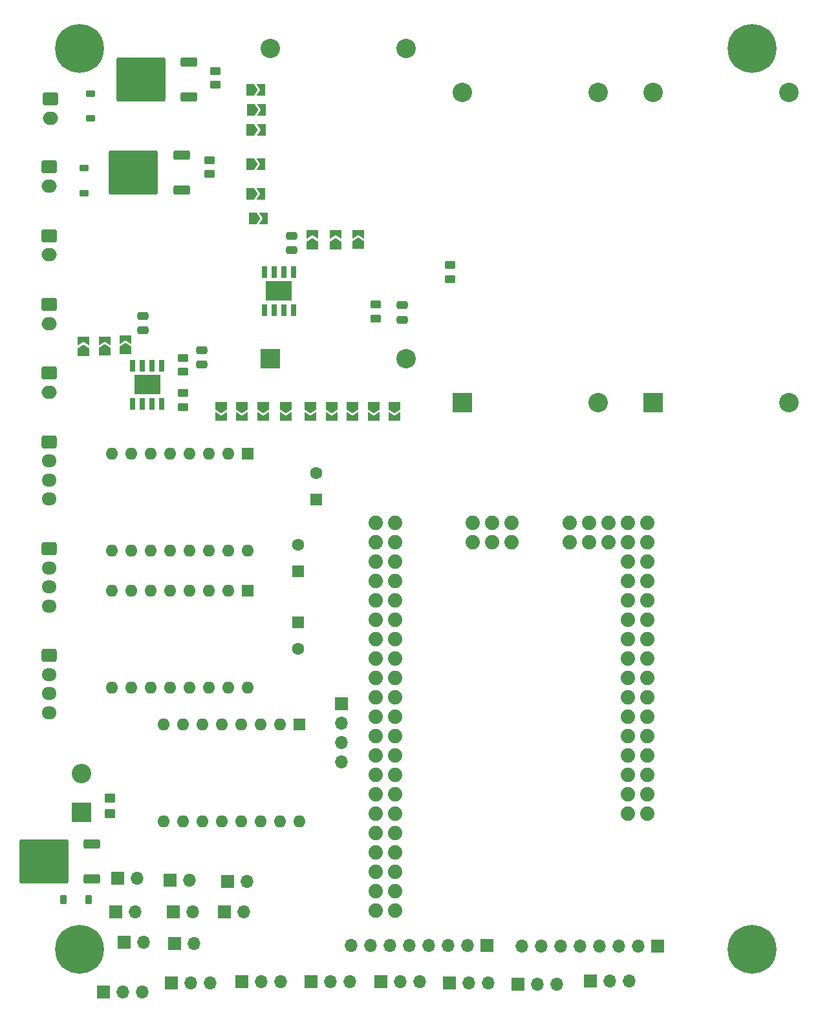
<source format=gbr>
%TF.GenerationSoftware,KiCad,Pcbnew,7.0.2*%
%TF.CreationDate,2024-02-29T19:16:00+01:00*%
%TF.ProjectId,carte actionneur,63617274-6520-4616-9374-696f6e6e6575,rev?*%
%TF.SameCoordinates,Original*%
%TF.FileFunction,Soldermask,Bot*%
%TF.FilePolarity,Negative*%
%FSLAX46Y46*%
G04 Gerber Fmt 4.6, Leading zero omitted, Abs format (unit mm)*
G04 Created by KiCad (PCBNEW 7.0.2) date 2024-02-29 19:16:00*
%MOMM*%
%LPD*%
G01*
G04 APERTURE LIST*
G04 Aperture macros list*
%AMRoundRect*
0 Rectangle with rounded corners*
0 $1 Rounding radius*
0 $2 $3 $4 $5 $6 $7 $8 $9 X,Y pos of 4 corners*
0 Add a 4 corners polygon primitive as box body*
4,1,4,$2,$3,$4,$5,$6,$7,$8,$9,$2,$3,0*
0 Add four circle primitives for the rounded corners*
1,1,$1+$1,$2,$3*
1,1,$1+$1,$4,$5*
1,1,$1+$1,$6,$7*
1,1,$1+$1,$8,$9*
0 Add four rect primitives between the rounded corners*
20,1,$1+$1,$2,$3,$4,$5,0*
20,1,$1+$1,$4,$5,$6,$7,0*
20,1,$1+$1,$6,$7,$8,$9,0*
20,1,$1+$1,$8,$9,$2,$3,0*%
%AMFreePoly0*
4,1,6,1.000000,0.000000,0.500000,-0.750000,-0.500000,-0.750000,-0.500000,0.750000,0.500000,0.750000,1.000000,0.000000,1.000000,0.000000,$1*%
%AMFreePoly1*
4,1,6,0.500000,-0.750000,-0.650000,-0.750000,-0.150000,0.000000,-0.650000,0.750000,0.500000,0.750000,0.500000,-0.750000,0.500000,-0.750000,$1*%
G04 Aperture macros list end*
%ADD10C,2.550000*%
%ADD11R,2.550000X2.550000*%
%ADD12R,1.700000X1.700000*%
%ADD13O,1.700000X1.700000*%
%ADD14RoundRect,0.250000X-0.750000X0.600000X-0.750000X-0.600000X0.750000X-0.600000X0.750000X0.600000X0*%
%ADD15O,2.000000X1.700000*%
%ADD16C,0.800000*%
%ADD17C,6.400000*%
%ADD18C,1.600000*%
%ADD19R,1.600000X1.600000*%
%ADD20RoundRect,0.250000X-0.725000X0.600000X-0.725000X-0.600000X0.725000X-0.600000X0.725000X0.600000X0*%
%ADD21O,1.950000X1.700000*%
%ADD22O,1.600000X1.600000*%
%ADD23C,2.540000*%
%ADD24R,2.540000X2.540000*%
%ADD25RoundRect,0.225000X0.375000X-0.225000X0.375000X0.225000X-0.375000X0.225000X-0.375000X-0.225000X0*%
%ADD26R,0.802000X1.505000*%
%ADD27R,3.502000X2.613000*%
%ADD28RoundRect,0.250000X-0.475000X0.250000X-0.475000X-0.250000X0.475000X-0.250000X0.475000X0.250000X0*%
%ADD29RoundRect,0.250000X0.475000X-0.250000X0.475000X0.250000X-0.475000X0.250000X-0.475000X-0.250000X0*%
%ADD30FreePoly0,90.000000*%
%ADD31FreePoly1,90.000000*%
%ADD32RoundRect,0.250000X0.850000X0.350000X-0.850000X0.350000X-0.850000X-0.350000X0.850000X-0.350000X0*%
%ADD33RoundRect,0.249997X2.950003X2.650003X-2.950003X2.650003X-2.950003X-2.650003X2.950003X-2.650003X0*%
%ADD34FreePoly0,270.000000*%
%ADD35FreePoly1,270.000000*%
%ADD36RoundRect,0.250000X-0.450000X0.350000X-0.450000X-0.350000X0.450000X-0.350000X0.450000X0.350000X0*%
%ADD37RoundRect,0.250000X0.450000X-0.262500X0.450000X0.262500X-0.450000X0.262500X-0.450000X-0.262500X0*%
%ADD38FreePoly0,0.000000*%
%ADD39FreePoly1,0.000000*%
%ADD40RoundRect,0.250000X-0.450000X0.262500X-0.450000X-0.262500X0.450000X-0.262500X0.450000X0.262500X0*%
%ADD41RoundRect,0.225000X-0.225000X-0.375000X0.225000X-0.375000X0.225000X0.375000X-0.225000X0.375000X0*%
%ADD42C,1.880400*%
G04 APERTURE END LIST*
D10*
%TO.C,J2*%
X111200000Y-144000000D03*
D11*
X111200000Y-149080000D03*
%TD*%
D12*
%TO.C,J12*%
X115759810Y-162100000D03*
D13*
X118299810Y-162100000D03*
%TD*%
D14*
%TO.C,J24*%
X107000000Y-73500000D03*
D15*
X107000000Y-76000000D03*
%TD*%
D12*
%TO.C,J18*%
X122799810Y-157900000D03*
D13*
X125339810Y-157900000D03*
%TD*%
D16*
%TO.C,H4*%
X196600000Y-167000000D03*
X197302944Y-165302944D03*
X197302944Y-168697056D03*
X199000000Y-164600000D03*
D17*
X199000000Y-167000000D03*
D16*
X199000000Y-169400000D03*
X200697056Y-165302944D03*
X200697056Y-168697056D03*
X201400000Y-167000000D03*
%TD*%
D12*
%TO.C,J13*%
X129959810Y-162100000D03*
D13*
X132499810Y-162100000D03*
%TD*%
D18*
%TO.C,C8*%
X139600000Y-127647349D03*
D19*
X139600000Y-124147349D03*
%TD*%
%TO.C,C9*%
X139600000Y-117500000D03*
D18*
X139600000Y-114000000D03*
%TD*%
D12*
%TO.C,J10*%
X141320000Y-171200000D03*
D13*
X143860000Y-171200000D03*
X146400000Y-171200000D03*
%TD*%
D16*
%TO.C,H1*%
X113400000Y-49000000D03*
X112697056Y-50697056D03*
X112697056Y-47302944D03*
X111000000Y-51400000D03*
D17*
X111000000Y-49000000D03*
D16*
X111000000Y-46600000D03*
X109302944Y-50697056D03*
X109302944Y-47302944D03*
X108600000Y-49000000D03*
%TD*%
D20*
%TO.C,J19*%
X107000000Y-114500000D03*
D21*
X107000000Y-117000000D03*
X107000000Y-119500000D03*
X107000000Y-122000000D03*
%TD*%
D14*
%TO.C,J23*%
X107000000Y-64500000D03*
D15*
X107000000Y-67000000D03*
%TD*%
D19*
%TO.C,A3*%
X139740000Y-137500000D03*
D22*
X137200000Y-137500000D03*
X134660000Y-137500000D03*
X132120000Y-137500000D03*
X129580000Y-137500000D03*
X127040000Y-137500000D03*
X124500000Y-137500000D03*
X121960000Y-137500000D03*
X121960000Y-150200000D03*
X124500000Y-150200000D03*
X127040000Y-150200000D03*
X129580000Y-150200000D03*
X132120000Y-150200000D03*
X134660000Y-150200000D03*
X137200000Y-150200000D03*
X139740000Y-150200000D03*
%TD*%
D23*
%TO.C,U4*%
X186110000Y-54680000D03*
X203890000Y-54680000D03*
X203890000Y-95320000D03*
D24*
X186110000Y-95320000D03*
%TD*%
D19*
%TO.C,A2*%
X133030000Y-102050000D03*
D22*
X130490000Y-102050000D03*
X127950000Y-102050000D03*
X125410000Y-102050000D03*
X122870000Y-102050000D03*
X120330000Y-102050000D03*
X117790000Y-102050000D03*
X115250000Y-102050000D03*
X115250000Y-114750000D03*
X117790000Y-114750000D03*
X120330000Y-114750000D03*
X122870000Y-114750000D03*
X125410000Y-114750000D03*
X127950000Y-114750000D03*
X130490000Y-114750000D03*
X133030000Y-114750000D03*
%TD*%
D12*
%TO.C,J25*%
X159420000Y-171400000D03*
D13*
X161960000Y-171400000D03*
X164500000Y-171400000D03*
%TD*%
D24*
%TO.C,U2*%
X161110000Y-95320000D03*
D23*
X178890000Y-95320000D03*
X178890000Y-54680000D03*
X161110000Y-54680000D03*
%TD*%
D14*
%TO.C,J11*%
X107000000Y-91500000D03*
D15*
X107000000Y-94000000D03*
%TD*%
D20*
%TO.C,J17*%
X107000000Y-100500000D03*
D21*
X107000000Y-103000000D03*
X107000000Y-105500000D03*
X107000000Y-108000000D03*
%TD*%
D12*
%TO.C,J9*%
X168375000Y-171600000D03*
D13*
X170915000Y-171600000D03*
X173455000Y-171600000D03*
%TD*%
D12*
%TO.C,J20*%
X115999810Y-157700000D03*
D13*
X118539810Y-157700000D03*
%TD*%
D19*
%TO.C,C7*%
X142000000Y-108100000D03*
D18*
X142000000Y-104600000D03*
%TD*%
D12*
%TO.C,J26*%
X150420000Y-171200000D03*
D13*
X152960000Y-171200000D03*
X155500000Y-171200000D03*
%TD*%
%TO.C,J6*%
X146520000Y-166500000D03*
X149060000Y-166500000D03*
X151600000Y-166500000D03*
X154140000Y-166500000D03*
X156680000Y-166500000D03*
X159220000Y-166500000D03*
X161760000Y-166500000D03*
D12*
X164300000Y-166500000D03*
%TD*%
%TO.C,J5*%
X145300000Y-134800000D03*
D13*
X145300000Y-137340000D03*
X145300000Y-139880000D03*
X145300000Y-142420000D03*
%TD*%
%TO.C,J8*%
X119200000Y-172600000D03*
X116660000Y-172600000D03*
D12*
X114120000Y-172600000D03*
%TD*%
D19*
%TO.C,A1*%
X133030000Y-120000000D03*
D22*
X130490000Y-120000000D03*
X127950000Y-120000000D03*
X125410000Y-120000000D03*
X122870000Y-120000000D03*
X120330000Y-120000000D03*
X117790000Y-120000000D03*
X115250000Y-120000000D03*
X115250000Y-132700000D03*
X117790000Y-132700000D03*
X120330000Y-132700000D03*
X122870000Y-132700000D03*
X125410000Y-132700000D03*
X127950000Y-132700000D03*
X130490000Y-132700000D03*
X133030000Y-132700000D03*
%TD*%
D13*
%TO.C,J7*%
X128100000Y-171400000D03*
X125560000Y-171400000D03*
D12*
X123020000Y-171400000D03*
%TD*%
D13*
%TO.C,J21*%
X168860000Y-166600000D03*
X171400000Y-166600000D03*
X173940000Y-166600000D03*
X176480000Y-166600000D03*
X179020000Y-166600000D03*
X181560000Y-166600000D03*
X184100000Y-166600000D03*
D12*
X186640000Y-166600000D03*
%TD*%
%TO.C,J14*%
X130339810Y-158100000D03*
D13*
X132879810Y-158100000D03*
%TD*%
D14*
%TO.C,J22*%
X107200000Y-55600000D03*
D15*
X107200000Y-58100000D03*
%TD*%
D16*
%TO.C,H3*%
X108600000Y-167000000D03*
X109302944Y-165302944D03*
X109302944Y-168697056D03*
X111000000Y-164600000D03*
D17*
X111000000Y-167000000D03*
D16*
X111000000Y-169400000D03*
X112697056Y-165302944D03*
X112697056Y-168697056D03*
X113400000Y-167000000D03*
%TD*%
D14*
%TO.C,J15*%
X107000000Y-82500000D03*
D15*
X107000000Y-85000000D03*
%TD*%
D12*
%TO.C,J27*%
X177900000Y-171100000D03*
D13*
X180440000Y-171100000D03*
X182980000Y-171100000D03*
%TD*%
D12*
%TO.C,J16*%
X123299810Y-162100000D03*
D13*
X125839810Y-162100000D03*
%TD*%
D12*
%TO.C,J28*%
X116860000Y-166100000D03*
D13*
X119400000Y-166100000D03*
%TD*%
D20*
%TO.C,J3*%
X107000000Y-128500000D03*
D21*
X107000000Y-131000000D03*
X107000000Y-133500000D03*
X107000000Y-136000000D03*
%TD*%
D12*
%TO.C,J4*%
X123460000Y-166200000D03*
D13*
X126000000Y-166200000D03*
%TD*%
D12*
%TO.C,J1*%
X132220000Y-171200000D03*
D13*
X134760000Y-171200000D03*
X137300000Y-171200000D03*
%TD*%
D16*
%TO.C,H2*%
X196600000Y-49000000D03*
X197302944Y-47302944D03*
X197302944Y-50697056D03*
X199000000Y-46600000D03*
D17*
X199000000Y-49000000D03*
D16*
X199000000Y-51400000D03*
X200697056Y-47302944D03*
X200697056Y-50697056D03*
X201400000Y-49000000D03*
%TD*%
D24*
%TO.C,U5*%
X136000000Y-89640000D03*
D23*
X153780000Y-89640000D03*
X153780000Y-49000000D03*
X136000000Y-49000000D03*
%TD*%
D25*
%TO.C,D4*%
X111600000Y-67950000D03*
X111600000Y-64650000D03*
%TD*%
D26*
%TO.C,U7*%
X135190000Y-78250000D03*
X136460000Y-78250000D03*
X137730000Y-78250000D03*
X139000000Y-78250000D03*
X139000000Y-83245000D03*
X137730000Y-83245000D03*
X136460000Y-83245000D03*
X135190000Y-83245000D03*
D27*
X137095000Y-80747500D03*
%TD*%
D28*
%TO.C,C3*%
X127000000Y-88500000D03*
X127000000Y-90400000D03*
%TD*%
D29*
%TO.C,C5*%
X153250000Y-84500000D03*
X153250000Y-82600000D03*
%TD*%
D30*
%TO.C,JP24*%
X144500000Y-74750000D03*
D31*
X144500000Y-73300000D03*
%TD*%
D30*
%TO.C,JP22*%
X141500000Y-74750000D03*
D31*
X141500000Y-73300000D03*
%TD*%
D32*
%TO.C,Q3*%
X124325000Y-62945000D03*
D33*
X118025000Y-65225000D03*
D32*
X124325000Y-67505000D03*
%TD*%
D34*
%TO.C,JP6*%
X152250000Y-95750000D03*
D35*
X152250000Y-97200000D03*
%TD*%
D29*
%TO.C,C6*%
X138750000Y-75400000D03*
X138750000Y-73500000D03*
%TD*%
D36*
%TO.C,R1*%
X115000000Y-147200000D03*
X115000000Y-149200000D03*
%TD*%
D29*
%TO.C,C4*%
X119250000Y-85900000D03*
X119250000Y-84000000D03*
%TD*%
D37*
%TO.C,R5*%
X124500000Y-95912500D03*
X124500000Y-94087500D03*
%TD*%
D38*
%TO.C,JP15*%
X133350000Y-68000000D03*
D39*
X134800000Y-68000000D03*
%TD*%
D40*
%TO.C,R6*%
X159500000Y-77337500D03*
X159500000Y-79162500D03*
%TD*%
D38*
%TO.C,JP13*%
X133700000Y-71200000D03*
D39*
X135150000Y-71200000D03*
%TD*%
D30*
%TO.C,JP23*%
X147500000Y-74725000D03*
D31*
X147500000Y-73275000D03*
%TD*%
D38*
%TO.C,JP14*%
X133350000Y-64100000D03*
D39*
X134800000Y-64100000D03*
%TD*%
D41*
%TO.C,D1*%
X108850000Y-160500000D03*
X112150000Y-160500000D03*
%TD*%
D30*
%TO.C,JP19*%
X114250000Y-88700000D03*
D31*
X114250000Y-87250000D03*
%TD*%
D32*
%TO.C,Q1*%
X112625000Y-157755000D03*
D33*
X106325000Y-155475000D03*
D32*
X112625000Y-153195000D03*
%TD*%
D40*
%TO.C,R10*%
X128000000Y-63587500D03*
X128000000Y-65412500D03*
%TD*%
D32*
%TO.C,Q2*%
X125300000Y-50740000D03*
D33*
X119000000Y-53020000D03*
D32*
X125300000Y-55300000D03*
%TD*%
D40*
%TO.C,R9*%
X128800000Y-51887500D03*
X128800000Y-53712500D03*
%TD*%
D34*
%TO.C,JP4*%
X146750000Y-95750000D03*
D35*
X146750000Y-97200000D03*
%TD*%
D25*
%TO.C,D3*%
X112400000Y-58150000D03*
X112400000Y-54850000D03*
%TD*%
D34*
%TO.C,JP3*%
X135000000Y-95750000D03*
D35*
X135000000Y-97200000D03*
%TD*%
D26*
%TO.C,U3*%
X117940000Y-90500000D03*
X119210000Y-90500000D03*
X120480000Y-90500000D03*
X121750000Y-90500000D03*
X121750000Y-95495000D03*
X120480000Y-95495000D03*
X119210000Y-95495000D03*
X117940000Y-95495000D03*
D27*
X119845000Y-92997500D03*
%TD*%
D37*
%TO.C,R7*%
X149750000Y-84325000D03*
X149750000Y-82500000D03*
%TD*%
D42*
%TO.C,U1*%
X149780000Y-154280000D03*
X152320000Y-154280000D03*
X149780000Y-156820000D03*
X152320000Y-156820000D03*
X167560000Y-111100000D03*
X185340000Y-149200000D03*
X182800000Y-149200000D03*
X185340000Y-146660000D03*
X182800000Y-146660000D03*
X185340000Y-144120000D03*
X182800000Y-144120000D03*
X185340000Y-141580000D03*
X182800000Y-141580000D03*
X185340000Y-139040000D03*
X182800000Y-139040000D03*
X185340000Y-136500000D03*
X182800000Y-136500000D03*
X185340000Y-133960000D03*
X182800000Y-133960000D03*
X185340000Y-131420000D03*
X182800000Y-131420000D03*
X152320000Y-151740000D03*
X152320000Y-146660000D03*
X149780000Y-146660000D03*
X152320000Y-144120000D03*
X149780000Y-144120000D03*
X152320000Y-141580000D03*
X149780000Y-141580000D03*
X152320000Y-139040000D03*
X149780000Y-139040000D03*
X152320000Y-136500000D03*
X149780000Y-136500000D03*
X152320000Y-133960000D03*
X149780000Y-133960000D03*
X152320000Y-131420000D03*
X149780000Y-131420000D03*
X152320000Y-128880000D03*
X149780000Y-128880000D03*
X152320000Y-126340000D03*
X149780000Y-126340000D03*
X152320000Y-123800000D03*
X149780000Y-123800000D03*
X152320000Y-121260000D03*
X149780000Y-121260000D03*
X152320000Y-118720000D03*
X149780000Y-118720000D03*
X152320000Y-116180000D03*
X149780000Y-116180000D03*
X152320000Y-113640000D03*
X149780000Y-113640000D03*
X152320000Y-111100000D03*
X149780000Y-111100000D03*
X185340000Y-128880000D03*
X182800000Y-128880000D03*
X185340000Y-126340000D03*
X182800000Y-126340000D03*
X185340000Y-123800000D03*
X182800000Y-123800000D03*
X185340000Y-121260000D03*
X182800000Y-121260000D03*
X185340000Y-118720000D03*
X182800000Y-118720000D03*
X185340000Y-116180000D03*
X182800000Y-116180000D03*
X185340000Y-113640000D03*
X182800000Y-113640000D03*
X185340000Y-111100000D03*
X182800000Y-111100000D03*
X180260000Y-111100000D03*
X180260000Y-113640000D03*
X177720000Y-111100000D03*
X177720000Y-113640000D03*
X175180000Y-111100000D03*
X175180000Y-113640000D03*
X149780000Y-159360000D03*
X152320000Y-159360000D03*
X162480000Y-111100000D03*
X167560000Y-113640000D03*
X165020000Y-111100000D03*
X162480000Y-113640000D03*
X149780000Y-151740000D03*
X152320000Y-149200000D03*
X165020000Y-113640000D03*
X149780000Y-149200000D03*
X149780000Y-161900000D03*
X152320000Y-161900000D03*
%TD*%
D34*
%TO.C,JP1*%
X132250000Y-95750000D03*
D35*
X132250000Y-97200000D03*
%TD*%
D40*
%TO.C,R4*%
X124500000Y-89500000D03*
X124500000Y-91325000D03*
%TD*%
D38*
%TO.C,JP16*%
X133375000Y-59600000D03*
D39*
X134825000Y-59600000D03*
%TD*%
D34*
%TO.C,JP8*%
X141200000Y-95750000D03*
D35*
X141200000Y-97200000D03*
%TD*%
D34*
%TO.C,JP9*%
X144000000Y-95750000D03*
D35*
X144000000Y-97200000D03*
%TD*%
D34*
%TO.C,JP5*%
X149500000Y-95800000D03*
D35*
X149500000Y-97250000D03*
%TD*%
D34*
%TO.C,JP2*%
X129500000Y-95750000D03*
D35*
X129500000Y-97200000D03*
%TD*%
%TO.C,JP7*%
X138000000Y-97200000D03*
D34*
X138000000Y-95750000D03*
%TD*%
D38*
%TO.C,JP17*%
X133450000Y-57000000D03*
D39*
X134900000Y-57000000D03*
%TD*%
D30*
%TO.C,JP20*%
X111500000Y-88725000D03*
D31*
X111500000Y-87275000D03*
%TD*%
D30*
%TO.C,JP21*%
X117000000Y-88475000D03*
D31*
X117000000Y-87025000D03*
%TD*%
D38*
%TO.C,JP18*%
X133350000Y-54400000D03*
D39*
X134800000Y-54400000D03*
%TD*%
M02*

</source>
